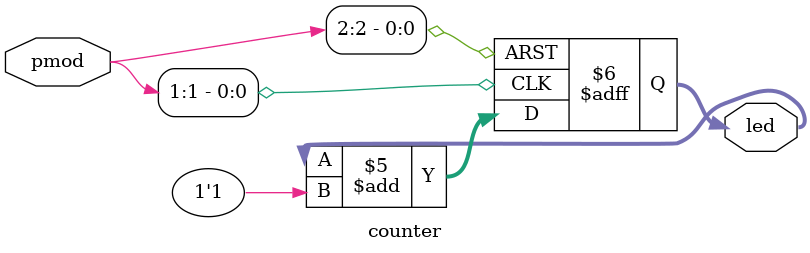
<source format=v>
module counter(
	
	input		[2:1]	pmod,
	
	output	reg	[3:0]	led
);

	wire rst;
	wire clk;
	
	assign clk = ~pmod[1];
	assign rst = ~pmod[2];
	
	always @ (posedge clk or posedge rst) begin
		if (rst == 1'b1) begin
			led <= 4'b0;
		end else begin
			led <= led + 1'b1;
		end
	end
	
endmodule
</source>
